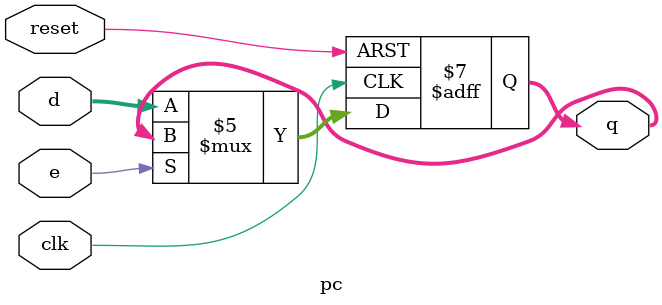
<source format=v>
`timescale 1ns / 1ps
module pc(e,clk,reset,d,q);
input clk,reset,e;
input[31:0] d;
output[31:0] q;
reg[31:0] q=0;
always @ (posedge clk or negedge reset)
if(reset==0)
	q<=32'h00003000;
else if(e!=1)
	q<=d;

endmodule

</source>
